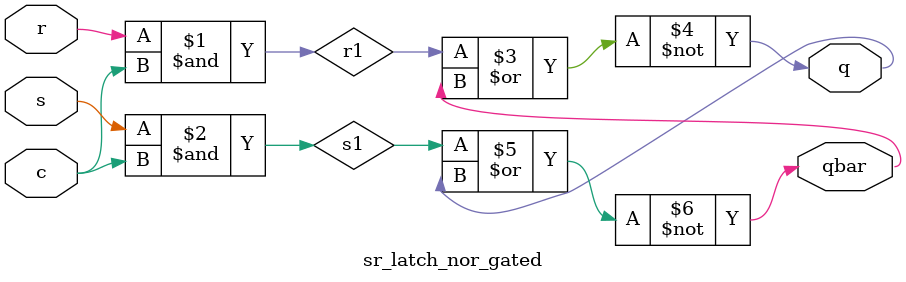
<source format=v>
module sr_latch_nor_gated
(
        input c,
        input s,
        input r,
        output wire q,
        output wire qbar
);
        wire r1, s1;
        assign r1 = r & c;
        assign s1 = s & c;
        assign q = ~(r1 | qbar);
        assign qbar = ~(s1 | q);
endmodule

</source>
